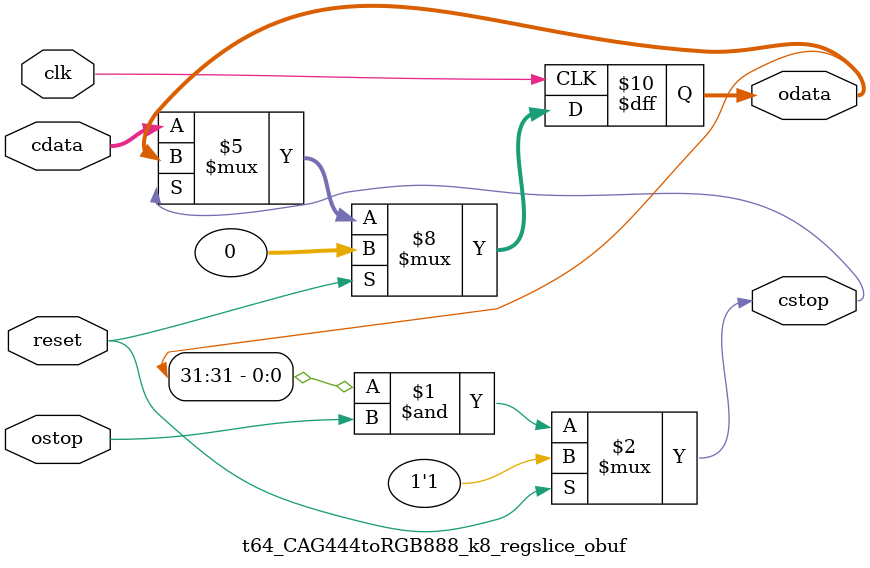
<source format=v>

`timescale 1ns/1ps

module t64_CAG444toRGB888_k8_regslice_forward
#(parameter 
    DataWidth=32
)(
    input ap_clk ,
    input ap_rst,

    input [DataWidth-1:0] data_in , 
    input vld_in , 
    output ack_in ,
    output [DataWidth-1:0] data_out, 
    output vld_out,
    input ack_out,
    output apdone_blk
);
 
localparam W = DataWidth+1;

wire [W-1:0] cdata;
wire cstop;
wire [W-1:0] idata;
wire istop;
wire [W-1:0] odata;
wire ostop;

t64_CAG444toRGB888_k8_regslice_obuf #(
  .W(W)
)
regslice_obuf_inst(
  .clk(ap_clk),
  .reset(ap_rst),
  .cdata(idata),
  .cstop(istop),
  .odata(odata),
  .ostop(ostop)
);

assign idata = {vld_in, data_in};
assign ack_in = ~istop;

assign vld_out = odata[W-1];
assign data_out = odata[W-2:0];
assign ostop = ~ack_out;

assign apdone_blk = ((ap_rst == 1'b0)&(1'b0 == ack_out)&(1'b1 == vld_out));

endmodule //forward

module t64_CAG444toRGB888_k8_regslice_forward_w1
#(parameter 
    DataWidth=1
)(
    input ap_clk ,
    input ap_rst,

    input data_in , 
    input vld_in , 
    output ack_in ,
    output data_out, 
    output vld_out,
    input ack_out,
    output apdone_blk
);
 
localparam W = 2;

wire [W-1:0] cdata;
wire cstop;
wire [W-1:0] idata;
wire istop;
wire [W-1:0] odata;
wire ostop;

t64_CAG444toRGB888_k8_regslice_obuf #(
  .W(W)
)
regslice_obuf_inst(
  .clk(ap_clk),
  .reset(ap_rst),
  .cdata(idata),
  .cstop(istop),
  .odata(odata),
  .ostop(ostop)
);

assign idata = {vld_in, data_in};
assign ack_in = ~istop;

assign vld_out = odata[W-1];
assign data_out = odata[W-2:0];
assign ostop = ~ack_out;

assign apdone_blk = ((ap_rst == 1'b0)&(1'b0 == ack_out)&(1'b1 == vld_out));

endmodule //forward


module t64_CAG444toRGB888_k8_regslice_obuf
#(
    parameter W=32
)(
    input clk ,
    input reset,
    input [W-1:0] cdata ,
    output cstop ,
    output reg [W-1:0] odata,
    input ostop 
);

// Stop the core when buffer full and output not ready
assign cstop = reset? 1'b1 : (odata[W-1] & ostop);
 
always @(posedge clk)
    if(reset)
        odata <= {1'b0, {{W-1}{1'b0}}};
    else
        if (!cstop) begin// Can we accept more data?
            odata <= cdata; // Yes: load the buffer
        end

endmodule

    

</source>
